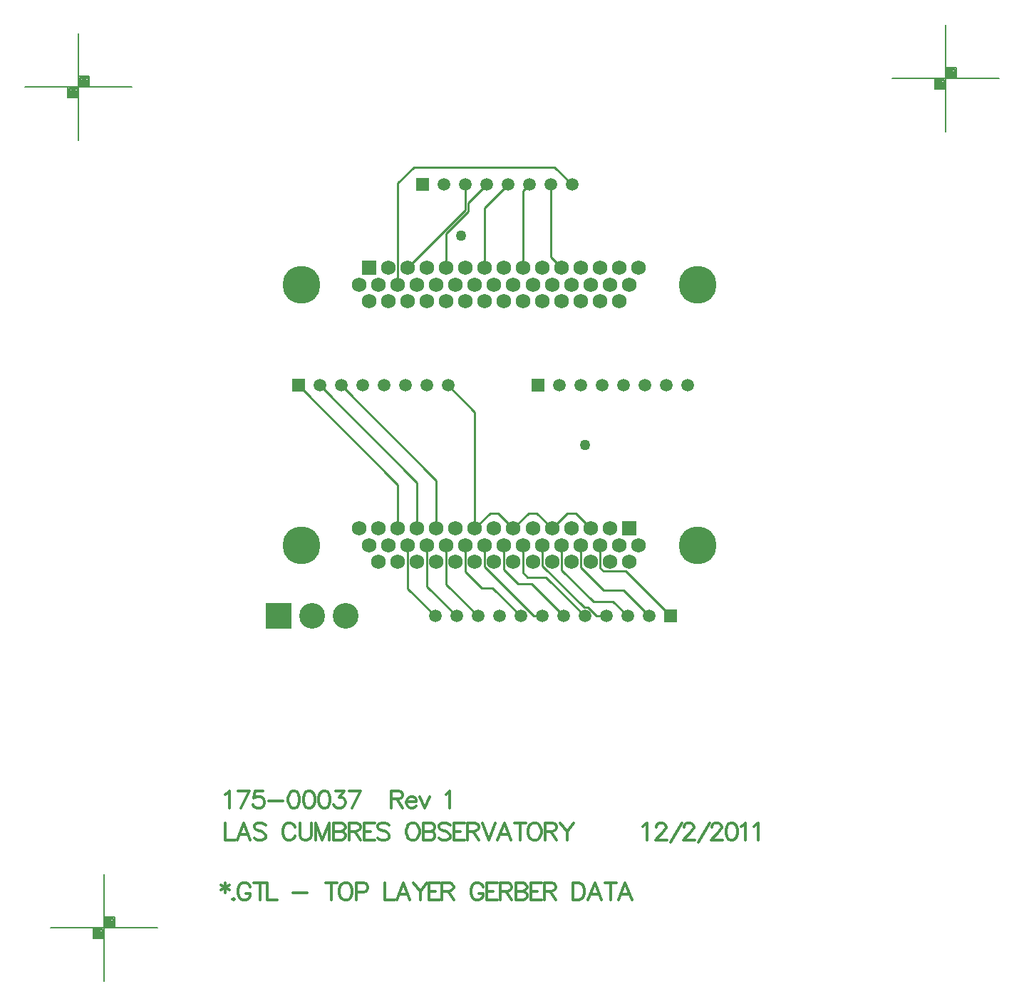
<source format=gtl>
%FSLAX23Y23*%
%MOIN*%
G70*
G01*
G75*
G04 Layer_Physical_Order=1*
G04 Layer_Color=255*
%ADD10C,0.010*%
%ADD11C,0.012*%
%ADD12C,0.008*%
%ADD13C,0.012*%
%ADD14C,0.012*%
%ADD15C,0.069*%
%ADD16R,0.069X0.069*%
%ADD17C,0.177*%
%ADD18C,0.059*%
%ADD19R,0.059X0.059*%
%ADD20C,0.120*%
%ADD21R,0.120X0.120*%
%ADD22C,0.050*%
D10*
X46270Y34790D02*
X46480Y34580D01*
X46168Y34790D02*
X46270D01*
X46152Y34806D02*
X46168Y34790D01*
X46152Y34806D02*
Y34913D01*
X46260Y34700D02*
X46380Y34580D01*
X46169Y34700D02*
X46260D01*
X46062Y34807D02*
X46169Y34700D01*
X46212Y34648D02*
X46280Y34580D01*
X46120Y34648D02*
X46212D01*
X45972Y34796D02*
X46120Y34648D01*
X46062Y34807D02*
Y34913D01*
X45972Y34796D02*
Y34913D01*
X46136Y34580D02*
X46180D01*
X46096Y34620D02*
X46136Y34580D01*
X46079Y34620D02*
X46096D01*
X45882Y34816D02*
X46079Y34620D01*
X45897Y34763D02*
X46080Y34580D01*
X45882Y34816D02*
Y34913D01*
X45813Y34763D02*
X45897D01*
X45792Y34785D02*
X45813Y34763D01*
X45830Y34730D02*
X45980Y34580D01*
X45769Y34730D02*
X45830D01*
X45701Y34798D02*
X45769Y34730D01*
X45792Y34785D02*
Y34913D01*
X45701Y34798D02*
Y34913D01*
X45842Y34580D02*
X45880D01*
X45611Y34811D02*
X45842Y34580D01*
X45611Y34811D02*
Y34913D01*
X45649Y34711D02*
X45780Y34580D01*
X45598Y34711D02*
X45649D01*
X45521Y34788D02*
X45598Y34711D01*
X45521Y34788D02*
Y34913D01*
X45431Y34729D02*
X45580Y34580D01*
X45431Y34729D02*
Y34913D01*
X45341Y34719D02*
X45480Y34580D01*
X45341Y34719D02*
Y34913D01*
X45251Y34709D02*
X45380Y34580D01*
X45251Y34709D02*
Y34913D01*
X45206Y34991D02*
Y35196D01*
X45920Y36263D02*
Y36600D01*
Y36263D02*
X45972Y36211D01*
X45792Y36572D02*
X45820Y36600D01*
X45792Y36211D02*
Y36572D01*
X45535Y36515D02*
X45620Y36600D01*
X45535Y36474D02*
Y36515D01*
X45431Y36370D02*
X45535Y36474D01*
X45431Y36211D02*
Y36370D01*
X45520Y36480D02*
Y36600D01*
X45251Y36211D02*
X45520Y36480D01*
X45611Y36491D02*
X45720Y36600D01*
X45611Y36211D02*
Y36491D01*
X45939Y36681D02*
X46020Y36600D01*
X45280Y36681D02*
X45939D01*
X45206Y36607D02*
X45280Y36681D01*
X45206Y36133D02*
Y36607D01*
X45296Y34991D02*
Y35205D01*
X44740Y35661D02*
X45206Y35196D01*
X44940Y35661D02*
X45386Y35215D01*
X45566Y34991D02*
X45637Y35061D01*
X45676D02*
X45746Y34991D01*
X45637Y35061D02*
X45676D01*
X45386Y34991D02*
Y35215D01*
X44840Y35661D02*
X45296Y35205D01*
X45440Y35661D02*
X45566Y35535D01*
Y34991D02*
Y35535D01*
X45746Y34991D02*
X45817Y35061D01*
X45856D01*
X45927Y34991D01*
X45997Y35061D01*
X46037D01*
X46107Y34991D01*
D11*
X44398Y33331D02*
Y33285D01*
X44378Y33320D02*
X44417Y33297D01*
Y33320D02*
X44378Y33297D01*
X44437Y33259D02*
X44433Y33255D01*
X44437Y33251D01*
X44441Y33255D01*
X44437Y33259D01*
X44515Y33312D02*
X44511Y33320D01*
X44504Y33327D01*
X44496Y33331D01*
X44481D01*
X44473Y33327D01*
X44466Y33320D01*
X44462Y33312D01*
X44458Y33301D01*
Y33281D01*
X44462Y33270D01*
X44466Y33262D01*
X44473Y33255D01*
X44481Y33251D01*
X44496D01*
X44504Y33255D01*
X44511Y33262D01*
X44515Y33270D01*
Y33281D01*
X44496D02*
X44515D01*
X44560Y33331D02*
Y33251D01*
X44533Y33331D02*
X44587D01*
X44596D02*
Y33251D01*
X44642D01*
X44714Y33285D02*
X44782D01*
X44895Y33331D02*
Y33251D01*
X44869Y33331D02*
X44922D01*
X44954D02*
X44947Y33327D01*
X44939Y33320D01*
X44935Y33312D01*
X44931Y33301D01*
Y33281D01*
X44935Y33270D01*
X44939Y33262D01*
X44947Y33255D01*
X44954Y33251D01*
X44970D01*
X44977Y33255D01*
X44985Y33262D01*
X44989Y33270D01*
X44992Y33281D01*
Y33301D01*
X44989Y33312D01*
X44985Y33320D01*
X44977Y33327D01*
X44970Y33331D01*
X44954D01*
X45011Y33289D02*
X45045D01*
X45057Y33293D01*
X45061Y33297D01*
X45064Y33304D01*
Y33316D01*
X45061Y33323D01*
X45057Y33327D01*
X45045Y33331D01*
X45011D01*
Y33251D01*
X45145Y33331D02*
Y33251D01*
X45191D01*
X45261D02*
X45230Y33331D01*
X45200Y33251D01*
X45211Y33278D02*
X45249D01*
X45279Y33331D02*
X45310Y33293D01*
Y33251D01*
X45340Y33331D02*
X45310Y33293D01*
X45400Y33331D02*
X45350D01*
Y33251D01*
X45400D01*
X45350Y33293D02*
X45381D01*
X45413Y33331D02*
Y33251D01*
Y33331D02*
X45448D01*
X45459Y33327D01*
X45463Y33323D01*
X45467Y33316D01*
Y33308D01*
X45463Y33301D01*
X45459Y33297D01*
X45448Y33293D01*
X45413D01*
X45440D02*
X45467Y33251D01*
X45604Y33312D02*
X45601Y33320D01*
X45593Y33327D01*
X45585Y33331D01*
X45570D01*
X45563Y33327D01*
X45555Y33320D01*
X45551Y33312D01*
X45547Y33301D01*
Y33281D01*
X45551Y33270D01*
X45555Y33262D01*
X45563Y33255D01*
X45570Y33251D01*
X45585D01*
X45593Y33255D01*
X45601Y33262D01*
X45604Y33270D01*
Y33281D01*
X45585D02*
X45604D01*
X45672Y33331D02*
X45623D01*
Y33251D01*
X45672D01*
X45623Y33293D02*
X45653D01*
X45686Y33331D02*
Y33251D01*
Y33331D02*
X45720D01*
X45731Y33327D01*
X45735Y33323D01*
X45739Y33316D01*
Y33308D01*
X45735Y33301D01*
X45731Y33297D01*
X45720Y33293D01*
X45686D01*
X45712D02*
X45739Y33251D01*
X45757Y33331D02*
Y33251D01*
Y33331D02*
X45791D01*
X45803Y33327D01*
X45806Y33323D01*
X45810Y33316D01*
Y33308D01*
X45806Y33301D01*
X45803Y33297D01*
X45791Y33293D01*
X45757D02*
X45791D01*
X45803Y33289D01*
X45806Y33285D01*
X45810Y33278D01*
Y33266D01*
X45806Y33259D01*
X45803Y33255D01*
X45791Y33251D01*
X45757D01*
X45878Y33331D02*
X45828D01*
Y33251D01*
X45878D01*
X45828Y33293D02*
X45859D01*
X45891Y33331D02*
Y33251D01*
Y33331D02*
X45925D01*
X45937Y33327D01*
X45940Y33323D01*
X45944Y33316D01*
Y33308D01*
X45940Y33301D01*
X45937Y33297D01*
X45925Y33293D01*
X45891D01*
X45918D02*
X45944Y33251D01*
X46025Y33331D02*
Y33251D01*
Y33331D02*
X46052D01*
X46063Y33327D01*
X46071Y33320D01*
X46074Y33312D01*
X46078Y33301D01*
Y33281D01*
X46074Y33270D01*
X46071Y33262D01*
X46063Y33255D01*
X46052Y33251D01*
X46025D01*
X46157D02*
X46127Y33331D01*
X46096Y33251D01*
X46108Y33278D02*
X46146D01*
X46202Y33331D02*
Y33251D01*
X46176Y33331D02*
X46229D01*
X46300Y33251D02*
X46269Y33331D01*
X46239Y33251D01*
X46250Y33278D02*
X46288D01*
D12*
X47518Y37098D02*
X48018D01*
X47768Y36848D02*
Y37348D01*
X47818Y37098D02*
Y37148D01*
X47768D02*
X47818D01*
X47718Y37048D02*
Y37098D01*
Y37048D02*
X47768D01*
X47723Y37093D02*
X47763D01*
X47723Y37053D02*
Y37093D01*
Y37053D02*
X47763D01*
Y37093D01*
X47728Y37088D02*
X47758D01*
X47728Y37058D02*
Y37088D01*
Y37058D02*
X47758D01*
Y37083D01*
X47733D02*
X47753D01*
X47733Y37063D02*
Y37083D01*
Y37063D02*
X47753D01*
Y37078D01*
X47738D02*
X47748D01*
X47738Y37068D02*
Y37078D01*
Y37068D02*
X47748D01*
Y37078D01*
X47738Y37073D02*
X47748D01*
X47773Y37143D02*
X47813D01*
X47773Y37103D02*
Y37143D01*
Y37103D02*
X47813D01*
Y37143D01*
X47778Y37138D02*
X47808D01*
X47778Y37108D02*
Y37138D01*
Y37108D02*
X47808D01*
Y37133D01*
X47783D02*
X47803D01*
X47783Y37113D02*
Y37133D01*
Y37113D02*
X47803D01*
Y37128D01*
X47788D02*
X47798D01*
X47788Y37118D02*
Y37128D01*
Y37118D02*
X47798D01*
Y37128D01*
X47788Y37123D02*
X47798D01*
X43463Y37058D02*
X43963D01*
X43713Y36808D02*
Y37308D01*
X43763Y37058D02*
Y37108D01*
X43713D02*
X43763D01*
X43663Y37008D02*
Y37058D01*
Y37008D02*
X43713D01*
X43668Y37053D02*
X43708D01*
X43668Y37013D02*
Y37053D01*
Y37013D02*
X43708D01*
Y37053D01*
X43673Y37048D02*
X43703D01*
X43673Y37018D02*
Y37048D01*
Y37018D02*
X43703D01*
Y37043D01*
X43678D02*
X43698D01*
X43678Y37023D02*
Y37043D01*
Y37023D02*
X43698D01*
Y37038D01*
X43683D02*
X43693D01*
X43683Y37028D02*
Y37038D01*
Y37028D02*
X43693D01*
Y37038D01*
X43683Y37033D02*
X43693D01*
X43718Y37103D02*
X43758D01*
X43718Y37063D02*
Y37103D01*
Y37063D02*
X43758D01*
Y37103D01*
X43723Y37098D02*
X43753D01*
X43723Y37068D02*
Y37098D01*
Y37068D02*
X43753D01*
Y37093D01*
X43728D02*
X43748D01*
X43728Y37073D02*
Y37093D01*
Y37073D02*
X43748D01*
Y37088D01*
X43733D02*
X43743D01*
X43733Y37078D02*
Y37088D01*
Y37078D02*
X43743D01*
Y37088D01*
X43733Y37083D02*
X43743D01*
X43581Y33121D02*
X44081D01*
X43831Y32871D02*
Y33371D01*
X43881Y33121D02*
Y33171D01*
X43831D02*
X43881D01*
X43781Y33071D02*
Y33121D01*
Y33071D02*
X43831D01*
X43786Y33116D02*
X43826D01*
X43786Y33076D02*
Y33116D01*
Y33076D02*
X43826D01*
Y33116D01*
X43791Y33111D02*
X43821D01*
X43791Y33081D02*
Y33111D01*
Y33081D02*
X43821D01*
Y33106D01*
X43796D02*
X43816D01*
X43796Y33086D02*
Y33106D01*
Y33086D02*
X43816D01*
Y33101D01*
X43801D02*
X43811D01*
X43801Y33091D02*
Y33101D01*
Y33091D02*
X43811D01*
Y33101D01*
X43801Y33096D02*
X43811D01*
X43836Y33166D02*
X43876D01*
X43836Y33126D02*
Y33166D01*
Y33126D02*
X43876D01*
Y33166D01*
X43841Y33161D02*
X43871D01*
X43841Y33131D02*
Y33161D01*
Y33131D02*
X43871D01*
Y33156D01*
X43846D02*
X43866D01*
X43846Y33136D02*
Y33156D01*
Y33136D02*
X43866D01*
Y33151D01*
X43851D02*
X43861D01*
X43851Y33141D02*
Y33151D01*
Y33141D02*
X43861D01*
Y33151D01*
X43851Y33146D02*
X43861D01*
D13*
X44399Y33746D02*
X44407Y33750D01*
X44419Y33762D01*
Y33682D01*
X44511Y33762D02*
X44473Y33682D01*
X44458Y33762D02*
X44511D01*
X44575D02*
X44537D01*
X44533Y33727D01*
X44537Y33731D01*
X44548Y33735D01*
X44560D01*
X44571Y33731D01*
X44579Y33724D01*
X44583Y33712D01*
Y33704D01*
X44579Y33693D01*
X44571Y33685D01*
X44560Y33682D01*
X44548D01*
X44537Y33685D01*
X44533Y33689D01*
X44529Y33697D01*
X44601Y33716D02*
X44669D01*
X44716Y33762D02*
X44704Y33758D01*
X44697Y33746D01*
X44693Y33727D01*
Y33716D01*
X44697Y33697D01*
X44704Y33685D01*
X44716Y33682D01*
X44723D01*
X44735Y33685D01*
X44742Y33697D01*
X44746Y33716D01*
Y33727D01*
X44742Y33746D01*
X44735Y33758D01*
X44723Y33762D01*
X44716D01*
X44787D02*
X44775Y33758D01*
X44768Y33746D01*
X44764Y33727D01*
Y33716D01*
X44768Y33697D01*
X44775Y33685D01*
X44787Y33682D01*
X44794D01*
X44806Y33685D01*
X44814Y33697D01*
X44817Y33716D01*
Y33727D01*
X44814Y33746D01*
X44806Y33758D01*
X44794Y33762D01*
X44787D01*
X44858D02*
X44847Y33758D01*
X44839Y33746D01*
X44835Y33727D01*
Y33716D01*
X44839Y33697D01*
X44847Y33685D01*
X44858Y33682D01*
X44866D01*
X44877Y33685D01*
X44885Y33697D01*
X44889Y33716D01*
Y33727D01*
X44885Y33746D01*
X44877Y33758D01*
X44866Y33762D01*
X44858D01*
X44914D02*
X44956D01*
X44933Y33731D01*
X44945D01*
X44952Y33727D01*
X44956Y33724D01*
X44960Y33712D01*
Y33704D01*
X44956Y33693D01*
X44948Y33685D01*
X44937Y33682D01*
X44925D01*
X44914Y33685D01*
X44910Y33689D01*
X44906Y33697D01*
X45031Y33762D02*
X44993Y33682D01*
X44978Y33762D02*
X45031D01*
X45175D02*
Y33682D01*
Y33762D02*
X45209D01*
X45220Y33758D01*
X45224Y33754D01*
X45228Y33746D01*
Y33739D01*
X45224Y33731D01*
X45220Y33727D01*
X45209Y33724D01*
X45175D01*
X45201D02*
X45228Y33682D01*
X45246Y33712D02*
X45291D01*
Y33720D01*
X45288Y33727D01*
X45284Y33731D01*
X45276Y33735D01*
X45265D01*
X45257Y33731D01*
X45250Y33724D01*
X45246Y33712D01*
Y33704D01*
X45250Y33693D01*
X45257Y33685D01*
X45265Y33682D01*
X45276D01*
X45284Y33685D01*
X45291Y33693D01*
X45309Y33735D02*
X45331Y33682D01*
X45354Y33735D02*
X45331Y33682D01*
X45430Y33746D02*
X45438Y33750D01*
X45449Y33762D01*
Y33682D01*
D14*
X44399Y33612D02*
Y33532D01*
X44445D01*
X44515D02*
X44484Y33612D01*
X44454Y33532D01*
X44465Y33558D02*
X44503D01*
X44587Y33600D02*
X44579Y33608D01*
X44568Y33612D01*
X44553D01*
X44541Y33608D01*
X44534Y33600D01*
Y33593D01*
X44537Y33585D01*
X44541Y33581D01*
X44549Y33577D01*
X44572Y33570D01*
X44579Y33566D01*
X44583Y33562D01*
X44587Y33554D01*
Y33543D01*
X44579Y33535D01*
X44568Y33532D01*
X44553D01*
X44541Y33535D01*
X44534Y33543D01*
X44725Y33593D02*
X44721Y33600D01*
X44713Y33608D01*
X44706Y33612D01*
X44690D01*
X44683Y33608D01*
X44675Y33600D01*
X44671Y33593D01*
X44668Y33581D01*
Y33562D01*
X44671Y33551D01*
X44675Y33543D01*
X44683Y33535D01*
X44690Y33532D01*
X44706D01*
X44713Y33535D01*
X44721Y33543D01*
X44725Y33551D01*
X44747Y33612D02*
Y33554D01*
X44751Y33543D01*
X44759Y33535D01*
X44770Y33532D01*
X44778D01*
X44789Y33535D01*
X44797Y33543D01*
X44801Y33554D01*
Y33612D01*
X44823D02*
Y33532D01*
Y33612D02*
X44853Y33532D01*
X44884Y33612D02*
X44853Y33532D01*
X44884Y33612D02*
Y33532D01*
X44906Y33612D02*
Y33532D01*
Y33612D02*
X44941D01*
X44952Y33608D01*
X44956Y33604D01*
X44960Y33596D01*
Y33589D01*
X44956Y33581D01*
X44952Y33577D01*
X44941Y33573D01*
X44906D02*
X44941D01*
X44952Y33570D01*
X44956Y33566D01*
X44960Y33558D01*
Y33547D01*
X44956Y33539D01*
X44952Y33535D01*
X44941Y33532D01*
X44906D01*
X44978Y33612D02*
Y33532D01*
Y33612D02*
X45012D01*
X45023Y33608D01*
X45027Y33604D01*
X45031Y33596D01*
Y33589D01*
X45027Y33581D01*
X45023Y33577D01*
X45012Y33573D01*
X44978D01*
X45004D02*
X45031Y33532D01*
X45098Y33612D02*
X45049D01*
Y33532D01*
X45098D01*
X45049Y33573D02*
X45079D01*
X45165Y33600D02*
X45157Y33608D01*
X45146Y33612D01*
X45131D01*
X45119Y33608D01*
X45112Y33600D01*
Y33593D01*
X45116Y33585D01*
X45119Y33581D01*
X45127Y33577D01*
X45150Y33570D01*
X45157Y33566D01*
X45161Y33562D01*
X45165Y33554D01*
Y33543D01*
X45157Y33535D01*
X45146Y33532D01*
X45131D01*
X45119Y33535D01*
X45112Y33543D01*
X45269Y33612D02*
X45261Y33608D01*
X45253Y33600D01*
X45250Y33593D01*
X45246Y33581D01*
Y33562D01*
X45250Y33551D01*
X45253Y33543D01*
X45261Y33535D01*
X45269Y33532D01*
X45284D01*
X45291Y33535D01*
X45299Y33543D01*
X45303Y33551D01*
X45307Y33562D01*
Y33581D01*
X45303Y33593D01*
X45299Y33600D01*
X45291Y33608D01*
X45284Y33612D01*
X45269D01*
X45325D02*
Y33532D01*
Y33612D02*
X45360D01*
X45371Y33608D01*
X45375Y33604D01*
X45379Y33596D01*
Y33589D01*
X45375Y33581D01*
X45371Y33577D01*
X45360Y33573D01*
X45325D02*
X45360D01*
X45371Y33570D01*
X45375Y33566D01*
X45379Y33558D01*
Y33547D01*
X45375Y33539D01*
X45371Y33535D01*
X45360Y33532D01*
X45325D01*
X45450Y33600D02*
X45442Y33608D01*
X45431Y33612D01*
X45416D01*
X45404Y33608D01*
X45397Y33600D01*
Y33593D01*
X45400Y33585D01*
X45404Y33581D01*
X45412Y33577D01*
X45435Y33570D01*
X45442Y33566D01*
X45446Y33562D01*
X45450Y33554D01*
Y33543D01*
X45442Y33535D01*
X45431Y33532D01*
X45416D01*
X45404Y33535D01*
X45397Y33543D01*
X45517Y33612D02*
X45468D01*
Y33532D01*
X45517D01*
X45468Y33573D02*
X45498D01*
X45531Y33612D02*
Y33532D01*
Y33612D02*
X45565D01*
X45576Y33608D01*
X45580Y33604D01*
X45584Y33596D01*
Y33589D01*
X45580Y33581D01*
X45576Y33577D01*
X45565Y33573D01*
X45531D01*
X45557D02*
X45584Y33532D01*
X45602Y33612D02*
X45632Y33532D01*
X45663Y33612D02*
X45632Y33532D01*
X45734D02*
X45704Y33612D01*
X45673Y33532D01*
X45685Y33558D02*
X45723D01*
X45779Y33612D02*
Y33532D01*
X45753Y33612D02*
X45806D01*
X45838D02*
X45831Y33608D01*
X45823Y33600D01*
X45819Y33593D01*
X45816Y33581D01*
Y33562D01*
X45819Y33551D01*
X45823Y33543D01*
X45831Y33535D01*
X45838Y33532D01*
X45854D01*
X45861Y33535D01*
X45869Y33543D01*
X45873Y33551D01*
X45877Y33562D01*
Y33581D01*
X45873Y33593D01*
X45869Y33600D01*
X45861Y33608D01*
X45854Y33612D01*
X45838D01*
X45895D02*
Y33532D01*
Y33612D02*
X45929D01*
X45941Y33608D01*
X45945Y33604D01*
X45948Y33596D01*
Y33589D01*
X45945Y33581D01*
X45941Y33577D01*
X45929Y33573D01*
X45895D01*
X45922D02*
X45948Y33532D01*
X45966Y33612D02*
X45997Y33573D01*
Y33532D01*
X46027Y33612D02*
X45997Y33573D01*
X46352Y33596D02*
X46359Y33600D01*
X46371Y33612D01*
Y33532D01*
X46414Y33593D02*
Y33596D01*
X46418Y33604D01*
X46422Y33608D01*
X46430Y33612D01*
X46445D01*
X46452Y33608D01*
X46456Y33604D01*
X46460Y33596D01*
Y33589D01*
X46456Y33581D01*
X46449Y33570D01*
X46410Y33532D01*
X46464D01*
X46482Y33520D02*
X46535Y33612D01*
X46544Y33593D02*
Y33596D01*
X46548Y33604D01*
X46552Y33608D01*
X46559Y33612D01*
X46575D01*
X46582Y33608D01*
X46586Y33604D01*
X46590Y33596D01*
Y33589D01*
X46586Y33581D01*
X46578Y33570D01*
X46540Y33532D01*
X46594D01*
X46612Y33520D02*
X46665Y33612D01*
X46674Y33593D02*
Y33596D01*
X46678Y33604D01*
X46682Y33608D01*
X46689Y33612D01*
X46705D01*
X46712Y33608D01*
X46716Y33604D01*
X46720Y33596D01*
Y33589D01*
X46716Y33581D01*
X46708Y33570D01*
X46670Y33532D01*
X46724D01*
X46764Y33612D02*
X46753Y33608D01*
X46745Y33596D01*
X46741Y33577D01*
Y33566D01*
X46745Y33547D01*
X46753Y33535D01*
X46764Y33532D01*
X46772D01*
X46783Y33535D01*
X46791Y33547D01*
X46795Y33566D01*
Y33577D01*
X46791Y33596D01*
X46783Y33608D01*
X46772Y33612D01*
X46764D01*
X46813Y33596D02*
X46820Y33600D01*
X46832Y33612D01*
Y33532D01*
X46871Y33596D02*
X46879Y33600D01*
X46890Y33612D01*
Y33532D01*
D15*
X46242Y36055D02*
D03*
X46152D02*
D03*
X46062D02*
D03*
X45972D02*
D03*
X45882D02*
D03*
X45792D02*
D03*
X45701D02*
D03*
X45611D02*
D03*
X45521D02*
D03*
X45431D02*
D03*
X45341D02*
D03*
X45251D02*
D03*
X45160D02*
D03*
X45070D02*
D03*
X46287Y36133D02*
D03*
X46197D02*
D03*
X46107D02*
D03*
X46017D02*
D03*
X45927D02*
D03*
X45837D02*
D03*
X45746D02*
D03*
X45656D02*
D03*
X45566D02*
D03*
X45476D02*
D03*
X45386D02*
D03*
X45296D02*
D03*
X45206D02*
D03*
X45115D02*
D03*
X45025D02*
D03*
X46332Y36211D02*
D03*
X46242D02*
D03*
X46152D02*
D03*
X46062D02*
D03*
X45972D02*
D03*
X45882D02*
D03*
X45792D02*
D03*
X45701D02*
D03*
X45611D02*
D03*
X45521D02*
D03*
X45431D02*
D03*
X45341D02*
D03*
X45251D02*
D03*
X45160D02*
D03*
X46197Y34991D02*
D03*
X46107D02*
D03*
X46017D02*
D03*
X45927D02*
D03*
X45837D02*
D03*
X45746D02*
D03*
X45656D02*
D03*
X45566D02*
D03*
X45476D02*
D03*
X45386D02*
D03*
X45296D02*
D03*
X45206D02*
D03*
X45115D02*
D03*
X45025D02*
D03*
X46332Y34913D02*
D03*
X46242D02*
D03*
X46152D02*
D03*
X46062D02*
D03*
X45972D02*
D03*
X45882D02*
D03*
X45792D02*
D03*
X45701D02*
D03*
X45611D02*
D03*
X45521D02*
D03*
X45431D02*
D03*
X45341D02*
D03*
X45251D02*
D03*
X45160D02*
D03*
X45070D02*
D03*
X46287Y34835D02*
D03*
X46197D02*
D03*
X46107D02*
D03*
X46017D02*
D03*
X45927D02*
D03*
X45837D02*
D03*
X45746D02*
D03*
X45656D02*
D03*
X45566D02*
D03*
X45476D02*
D03*
X45386D02*
D03*
X45296D02*
D03*
X45206D02*
D03*
X45115D02*
D03*
D16*
X45070Y36211D02*
D03*
X46287Y34991D02*
D03*
D17*
X46607Y36133D02*
D03*
X44755D02*
D03*
Y34913D02*
D03*
X46607D02*
D03*
D18*
X45380Y34580D02*
D03*
X45480D02*
D03*
X45580D02*
D03*
X45680D02*
D03*
X45780D02*
D03*
X45880D02*
D03*
X45980D02*
D03*
X46080D02*
D03*
X46180D02*
D03*
X46280D02*
D03*
X46380D02*
D03*
X45440Y35661D02*
D03*
X45340D02*
D03*
X45240D02*
D03*
X45140D02*
D03*
X45040D02*
D03*
X44940D02*
D03*
X44840D02*
D03*
X46020Y36600D02*
D03*
X45920D02*
D03*
X45820D02*
D03*
X45720D02*
D03*
X45620D02*
D03*
X45520D02*
D03*
X45420D02*
D03*
X46560Y35661D02*
D03*
X46460D02*
D03*
X46360D02*
D03*
X46260D02*
D03*
X46160D02*
D03*
X46060D02*
D03*
X45960D02*
D03*
D19*
X46480Y34580D02*
D03*
X44740Y35661D02*
D03*
X45320Y36600D02*
D03*
X45860Y35661D02*
D03*
D20*
X44960Y34580D02*
D03*
X44804D02*
D03*
D21*
X44648D02*
D03*
D22*
X45500Y36361D02*
D03*
X46080Y35381D02*
D03*
M02*

</source>
